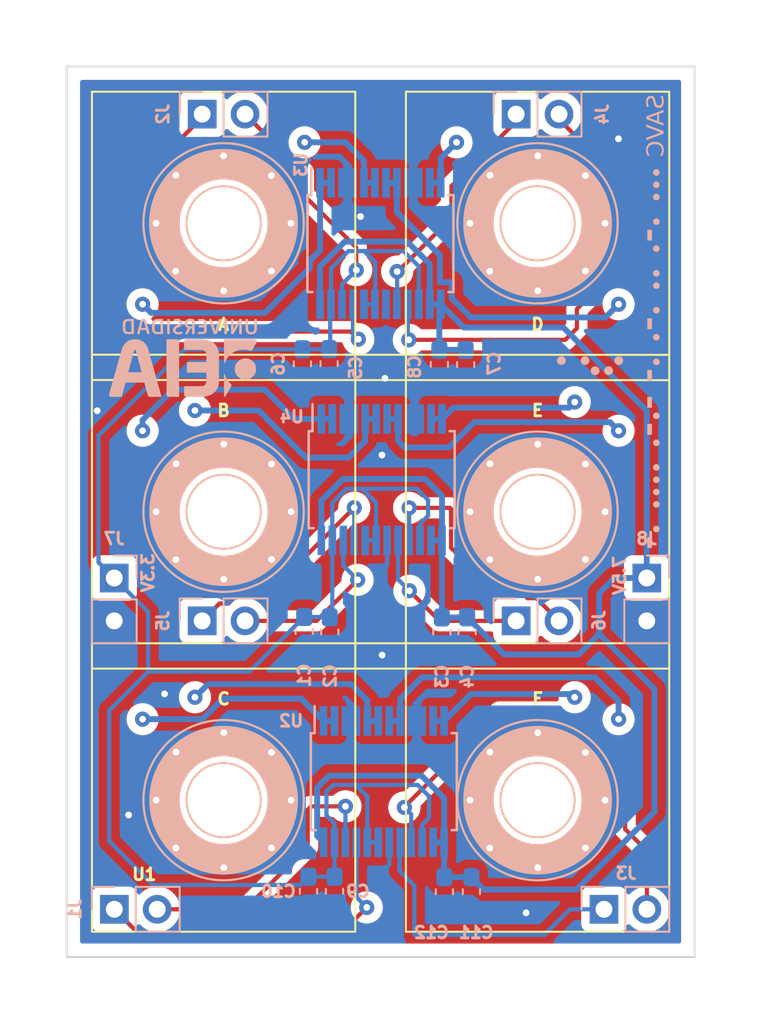
<source format=kicad_pcb>
(kicad_pcb (version 20241229) (generator "pcbnew") (generator_version "9.0")
  (layers (0 "F.Cu" signal) (2 "B.Cu" signal) (13 "F.Paste" user) (15 "B.Paste" user) (5 "F.SilkS" user "F.Silkscreen") (7 "B.SilkS" user "B.Silkscreen") (1 "F.Mask" user) (3 "B.Mask" user) (25 "Edge.Cuts" user))
  (net 0 "")
  (net 1 "+3.3V")
  (net 2 "GND")
  (net 3 "+7.5V")
  (net 4 "D2")
  (net 5 "D1")
  (net 6 "C1")
  (net 7 "C2")
  (net 8 "B2")
  (net 9 "B1")
  (net 10 "A1")
  (net 11 "A2")
  (net 12 "E1")
  (net 13 "E2")
  (net 14 "F1")
  (net 15 "F2")
  (net 16 "Net-(U1C-C2)")
  (net 17 "Net-(U1F-F1)")
  (net 18 "Net-(U1E-E2)")
  (net 19 "Net-(U1A-A2)")
  (net 20 "Net-(U1C-C1)")
  (net 21 "Net-(U1E-E1)")
  (net 22 "Net-(U1B-B2)")
  (net 23 "Net-(U1F-F2)")
  (net 24 "Net-(U1A-A1)")
  (net 25 "Net-(U1B-B1)")
  (net 26 "Net-(U1D-D2)")
  (net 27 "Net-(U1D-D1)")
  (footprint "Tesis:Electromagnets" (layer "F.Cu") (at 85.81 77)
    (property "Reference" "U1")
    (property "Value" "Electromagnets")
    (fp_rect (start 18.6 26.4) (end -18.6 -26.4) (stroke (width 0.12)) (fill no) (layer "Edge.Cuts"))
  )
  (footprint "Connector_PinHeader_2.54mm:PinHeader_1x02_P2.54mm_Vertical" (layer "B.Cu") (at 99.045 100.57 -90)
    (property "Reference" "J3")
    (property "Value" "Conn_01x02_Male")
  )
  (footprint "Capacitor_SMD:C_0603_1608Metric_Pad1.08x0.95mm_HandSolder" (layer "B.Cu") (at 83.08 99.5 -90)
    (property "Reference" "C9")
    (property "Value" "10uF")
  )
  (footprint "Connector_PinHeader_2.54mm:PinHeader_1x02_P2.54mm_Vertical" (layer "B.Cu") (at 70.03 80.93 180)
    (property "Reference" "J7")
    (property "Value" "Conn_01x02_Male")
  )
  (footprint "Capacitor_SMD:C_0603_1608Metric_Pad1.08x0.95mm_HandSolder" (layer "B.Cu") (at 91.19 99.53 -90)
    (property "Reference" "C11")
    (property "Value" "100nF")
  )
  (footprint "Connector_PinHeader_2.54mm:PinHeader_1x02_P2.54mm_Vertical" (layer "B.Cu") (at 93.84 53.43 -90)
    (property "Reference" "J4")
    (property "Value" "Conn_01x02_Male")
  )
  (footprint "Package_SO:SSOP-24_5.3x8.2mm_P0.65mm" (layer "B.Cu") (at 85.875 75.1 -90)
    (property "Reference" "U4")
    (property "Value" "TB6612FNG")
  )
  (footprint "Connector_PinHeader_2.54mm:PinHeader_1x02_P2.54mm_Vertical" (layer "B.Cu") (at 70.035 100.57 -90)
    (property "Reference" "J1")
    (property "Value" "Conn_01x02_Male")
  )
  (footprint "Tesis:EIA-Braille" (layer "B.Cu") (at 98.32 68.64 180)
    (property "Reference" "REF**" (hide yes))
    (property "Value" "EIA-Braille" (hide yes))
  )
  (footprint "Capacitor_SMD:C_0603_1608Metric_Pad1.08x0.95mm_HandSolder" (layer "B.Cu") (at 89.44 84.1305 -90)
    (property "Reference" "C3")
    (property "Value" "100nF")
  )
  (footprint "Package_SO:SSOP-24_5.3x8.2mm_P0.65mm" (layer "B.Cu") (at 86 93 -90)
    (property "Reference" "U2")
    (property "Value" "TB6612FNG")
  )
  (footprint "Capacitor_SMD:C_0603_1608Metric_Pad1.08x0.95mm_HandSolder" (layer "B.Cu") (at 82.76 68.22 -90)
    (property "Reference" "C5")
    (property "Value" "10uF")
  )
  (footprint "Connector_PinHeader_2.54mm:PinHeader_1x02_P2.54mm_Vertical" (layer "B.Cu") (at 93.84 83.47 -90)
    (property "Reference" "J6")
    (property "Value" "Conn_01x02_Male")
  )
  (footprint "Tesis:LOGO-EIA" (layer "B.Cu") (at 74.14 67.91 180)
    (property "Reference" "G***" (hide yes))
    (property "Value" "LOGO" (hide yes))
  )
  (footprint "Capacitor_SMD:C_0603_1608Metric_Pad1.08x0.95mm_HandSolder" (layer "B.Cu") (at 81.18 68.2325 -90)
    (property "Reference" "C6")
    (property "Value" "100nF")
  )
  (footprint "Capacitor_SMD:C_0603_1608Metric_Pad1.08x0.95mm_HandSolder" (layer "B.Cu") (at 82.8 84.1225 -90)
    (property "Reference" "C2")
    (property "Value" "100nF")
  )
  (footprint "Capacitor_SMD:C_0603_1608Metric_Pad1.08x0.95mm_HandSolder" (layer "B.Cu") (at 89.59 99.5275 -90)
    (property "Reference" "C12")
    (property "Value" "10uF")
  )
  (footprint "Capacitor_SMD:C_0603_1608Metric_Pad1.08x0.95mm_HandSolder" (layer "B.Cu") (at 89.29 68.2625 -90)
    (property "Reference" "C8")
    (property "Value" "10uF")
  )
  (footprint "Package_SO:SSOP-24_5.3x8.2mm_P0.65mm" (layer "B.Cu") (at 85.8 61.1 -90)
    (property "Reference" "U3")
    (property "Value" "TB6612FNG")
  )
  (footprint "Capacitor_SMD:C_0603_1608Metric_Pad1.08x0.95mm_HandSolder" (layer "B.Cu") (at 81.284 84.103 -90)
    (property "Reference" "C1")
    (property "Value" "10uF")
  )
  (footprint "Capacitor_SMD:C_0603_1608Metric_Pad1.08x0.95mm_HandSolder" (layer "B.Cu") (at 90.85 68.275 -90)
    (property "Reference" "C7")
    (property "Value" "100nF")
  )
  (footprint "Connector_PinHeader_2.54mm:PinHeader_1x02_P2.54mm_Vertical" (layer "B.Cu") (at 75.24 53.43 -90)
    (property "Reference" "J2")
    (property "Value" "Conn_01x02_Male")
  )
  (footprint "Capacitor_SMD:C_0603_1608Metric_Pad1.08x0.95mm_HandSolder" (layer "B.Cu") (at 90.936 84.123 -90)
    (property "Reference" "C4")
    (property "Value" "10uF")
  )
  (footprint "Capacitor_SMD:C_0603_1608Metric_Pad1.08x0.95mm_HandSolder" (layer "B.Cu") (at 81.538 99.5025 -90)
    (property "Reference" "C10")
    (property "Value" "100nF")
  )
  (footprint "Connector_PinHeader_2.54mm:PinHeader_1x02_P2.54mm_Vertical" (layer "B.Cu") (at 75.24 83.47 -90)
    (property "Reference" "J5")
    (property "Value" "Conn_01x02_Male")
  )
  (footprint "Connector_PinHeader_2.54mm:PinHeader_1x02_P2.54mm_Vertical" (layer "B.Cu") (at 101.58 80.93 180)
    (property "Reference" "J8")
    (property "Value" "Conn_01x02_Male")
  )
  (gr_text "7.5V" (at 99.97 80.78 90) (layer "B.SilkS") (effects (font (size 0.7 0.7) (thickness 0.17) (bold yes)) (justify mirror)))
  (gr_text "SAVC" (at 102.74 52.25 90) (layer "B.SilkS") (effects (font (size 1 1) (thickness 0.125)) (justify left bottom mirror)))
  (gr_text "3.3V" (at 72.03 80.62 90) (layer "B.SilkS") (effects (font (size 0.7 0.7) (thickness 0.17) (bold yes)) (justify mirror)))
  (gr_text "... .-. .. .-. .- -.-. .... .- " (at 102.57 56.52 90) (layer "B.SilkS") (effects (font (size 1.5 1.5) (thickness 0.17) (bold yes)) (justify left bottom mirror)))
  (segment (start 85.55 76.469009) (end 85.55 78.7) (width 0.25) (layer "B.Cu") (net 1))
  (segment (start 69.73 88.79) (end 72.04 86.48) (width 0.25) (layer "B.Cu") (net 1))
  (segment (start 82.95 83.11) (end 82.95 78.7) (width 0.25) (layer "B.Cu") (net 1))
  (segment (start 82.603388 95.003388) (end 82.603388 93.586612) (width 0.25) (layer "B.Cu") (net 1))
  (segment (start 84.715991 75.635) (end 85.55 76.469009) (width 0.25) (layer "B.Cu") (net 1))
  (segment (start 85.495 62.209009) (end 84.835991 61.55) (width 0.25) (layer "B.Cu") (net 1))
  (segment (start 83.904009 61.55) (end 87.170991 61.55) (width 0.25) (layer "B.Cu") (net 1))
  (segment (start 85.475 64.7) (end 84.825 64.7) (width 0.25) (layer "B.Cu") (net 1))
  (segment (start 69.1 72.45) (end 69.1 80) (width 0.25) (layer "B.Cu") (net 1))
  (segment (start 81.18 67.37) (end 82.7475 67.37) (width 0.25) (layer "B.Cu") (net 1))
  (segment (start 82.825 67.2925) (end 82.825 65.6) (width 0.25) (layer "B.Cu") (net 1))
  (segment (start 69.1 80) (end 70.03 80.93) (width 0.25) (layer "B.Cu") (net 1))
  (segment (start 83.075 95.475) (end 82.603388 95.003388) (width 0.25) (layer "B.Cu") (net 1))
  (segment (start 82.95 76.469009) (end 83.784009 75.635) (width 0.25) (layer "B.Cu") (net 1))
  (segment (start 81.538 98.64) (end 81.048 99.13) (width 0.25) (layer "B.Cu") (net 1))
  (segment (start 74.220991 67.37) (end 69.140991 72.45) (width 0.25) (layer "B.Cu") (net 1))
  (segment (start 81.18 67.37) (end 74.220991 67.37) (width 0.25) (layer "B.Cu") (net 1))
  (segment (start 84.715991 75.635) (end 87.955991 75.635) (width 0.25) (layer "B.Cu") (net 1))
  (segment (start 81.284 83.2405) (end 82.7805 83.2405) (width 0.25) (layer "B.Cu") (net 1))
  (segment (start 85.55 78.7) (end 84.9 78.7) (width 0.25) (layer "B.Cu") (net 1))
  (segment (start 88.68 93.87) (end 88.68 95.15) (width 0.25) (layer "B.Cu") (net 1))
  (segment (start 69.140991 72.45) (end 69.1 72.45) (width 0.25) (layer "B.Cu") (net 1))
  (segment (start 87.170991 61.55) (end 88.075 62.454009) (width 0.25) (layer "B.Cu") (net 1))
  (segment (start 83.0775 98.64) (end 83.08 98.6375) (width 0.25) (layer "B.Cu") (net 1))
  (segment (start 84.34 93.2) (end 85.025 93.885) (width 0.25) (layer "B.Cu") (net 1))
  (segment (start 72.04 86.48) (end 78.0445 86.48) (width 0.25) (layer "B.Cu") (net 1))
  (segment (start 88.01 93.2) (end 88.68 93.87) (width 0.25) (layer "B.Cu") (net 1))
  (segment (start 84.34 93.2) (end 88.01 93.2) (width 0.25) (layer "B.Cu") (net 1))
  (segment (start 84.835991 61.55) (end 84.62 61.55) (width 0.25) (layer "B.Cu") (net 1))
  (segment (start 85.495 64.68) (end 85.495 62.209009) (width 0.25) (layer "B.Cu") (net 1))
  (segment (start 83.784009 75.635) (end 84.715991 75.635) (width 0.25) (layer "B.Cu") (net 1))
  (segment (start 70.03 80.93) (end 72.04 82.94) (width 0.25) (layer "B.Cu") (net 1))
  (segment (start 88.625 77.235991) (end 88.625 76.304009) (width 0.25) (layer "B.Cu") (net 1))
  (segment (start 69.73 96.53) (end 69.73 88.79) (width 0.25) (layer "B.Cu") (net 1))
  (segment (start 83.08 98.6375) (end 83.08 96.605) (width 0.25) (layer "B.Cu") (net 1))
  (segment (start 88.275 95.555) (end 88.275 96.6) (width 0.25) (layer "B.Cu") (net 1))
  (segment (start 81.048 99.13) (end 72.33 99.13) (width 0.25) (layer "B.Cu") (net 1))
  (segment (start 82.76 67.3575) (end 82.825 67.2925) (width 0.25) (layer "B.Cu") (net 1))
  (segment (start 88.625 77.235991) (end 88.15 77.710991) (width 0.25) (layer "B.Cu") (net 1))
  (segment (start 72.04 82.94) (end 72.04 86.48) (width 0.25) (layer "B.Cu") (net 1))
  (segment (start 85.025 93.885) (end 85.025 96.6) (width 0.25) (layer "B.Cu") (net 1))
  (segment (start 82.603388 93.586612) (end 82.99 93.2) (width 0.25) (layer "B.Cu") (net 1))
  (segment (start 81.538 98.64) (end 83.0775 98.64) (width 0.25) (layer "B.Cu") (net 1))
  (segment (start 82.95 78.7) (end 82.95 76.469009) (width 0.25) (layer "B.Cu") (net 1))
  (segment (start 82.7475 67.37) (end 82.76 67.3575) (width 0.25) (layer "B.Cu") (net 1))
  (segment (start 78.0445 86.48) (end 81.284 83.2405) (width 0.25) (layer "B.Cu") (net 1))
  (segment (start 85.475 64.7) (end 85.495 64.68) (width 0.25) (layer "B.Cu") (net 1))
  (segment (start 82.8 83.26) (end 82.95 83.11) (width 0.25) (layer "B.Cu") (net 1))
  (segment (start 88.075 62.454009) (end 88.075 64.7) (width 0.25) (layer "B.Cu") (net 1))
  (segment (start 82.875 62.579009) (end 83.904009 61.55) (width 0.25) (layer "B.Cu") (net 1))
  (segment (start 83.08 96.605) (end 83.075 96.6) (width 0.25) (layer "B.Cu") (net 1))
  (segment (start 72.33 99.13) (end 69.73 96.53) (width 0.25) (layer "B.Cu") (net 1))
  (segment (start 88.68 95.15) (end 88.275 95.555) (width 0.25) (layer "B.Cu") (net 1))
  (segment (start 83.075 96.6) (end 83.075 95.475) (width 0.25) (layer "B.Cu") (net 1))
  (segment (start 87.955991 75.635) (end 88.625 76.304009) (width 0.25) (layer "B.Cu") (net 1))
  (segment (start 82.99 93.2) (end 84.34 93.2) (width 0.25) (layer "B.Cu") (net 1))
  (segment (start 85.675 96.6) (end 85.025 96.6) (width 0.25) (layer "B.Cu") (net 1))
  (segment (start 82.875 64.7) (end 82.875 62.579009) (width 0.25) (layer "B.Cu") (net 1))
  (segment (start 82.7805 83.2405) (end 82.8 83.26) (width 0.25) (layer "B.Cu") (net 1))
  (segment (start 88.15 77.710991) (end 88.15 78.7) (width 0.25) (layer "B.Cu") (net 1))
  (via (at 80.5 59.9) (size 0.9) (drill 0.4) (layers "F.Cu" "B.Cu") (net 2))
  (via (at 72.51 77) (size 0.9) (drill 0.4) (layers "F.Cu" "B.Cu") (net 2))
  (via (at 79.348 96.928) (size 0.9) (drill 0.4) (layers "F.Cu" "B.Cu") (net 2))
  (via (at 80.51 77) (size 0.9) (drill 0.4) (layers "F.Cu" "B.Cu") (net 2))
  (via (at 76.52 98.1) (size 0.9) (drill 0.4) (layers "F.Cu" "B.Cu") (net 2))
  (via (at 73.01 87.8) (size 0.9) (drill 0.4) (layers "F.Cu" "B.Cu") (net 2))
  (via (at 97.948 91.272) (size 0.9) (drill 0.4) (layers "F.Cu" "B.Cu") (net 2))
  (via (at 69.02 71.01) (size 0.9) (drill 0.4) (layers "F.Cu" "B.Cu") (net 2))
  (via (at 86.07 69.09) (size 0.9) (drill 0.4) (layers "F.Cu" "B.Cu") (net 2))
  (via (at 79.338 57.072) (size 0.9) (drill 0.4) (layers "F.Cu" "B.Cu") (net 2))
  (via (at 85.89 73.64) (size 0.9) (drill 0.4) (layers "F.Cu" "B.Cu") (net 2))
  (via (at 73.68 57.05) (size 0.9) (drill 0.4) (layers "F.Cu" "B.Cu") (net 2))
  (via (at 91.11 59.9) (size 0.9) (drill 0.4) (layers "F.Cu" "B.Cu") (net 2))
  (via (at 76.52 81) (size 0.9) (drill 0.4) (layers "F.Cu" "B.Cu") (net 2))
  (via (at 79.338 62.728) (size 0.9) (drill 0.4) (layers "F.Cu" "B.Cu") (net 2))
  (via (at 72.51 94.1) (size 0.9) (drill 0.4) (layers "F.Cu" "B.Cu") (net 2))
  (via (at 99.11 94.1) (size 0.9) (drill 0.4) (layers "F.Cu" "B.Cu") (net 2))
  (via (at 76.51 63.9) (size 0.9) (drill 0.4) (layers "F.Cu" "B.Cu") (net 2))
  (via (at 95.12 73) (size 0.9) (drill 0.4) (layers "F.Cu" "B.Cu") (net 2))
  (via (at 72.5 59.9) (size 0.9) (drill 0.4) (layers "F.Cu" "B.Cu") (net 2))
  (via (at 73.69 74.15) (size 0.9) (drill 0.4) (layers "F.Cu" "B.Cu") (net 2))
  (via (at 73.67 62.74) (size 0.9) (drill 0.4) (layers "F.Cu" "B.Cu") (net 2))
  (via (at 95.12 55.9) (size 0.9) (drill 0.4) (layers "F.Cu" "B.Cu") (net 2))
  (via (at 99.11 77) (size 0.9) (drill 0.4) (layers "F.Cu" "B.Cu") (net 2))
  (via (at 94.43 100.78) (size 0.9) (drill 0.4) (layers "F.Cu" "B.Cu") (net 2))
  (via (at 99.9 54.89) (size 0.9) (drill 0.4) (layers "F.Cu" "B.Cu") (net 2))
  (via (at 73.68 79.84) (size 0.9) (drill 0.4) (layers "F.Cu" "B.Cu") (net 2))
  (via (at 92.29 57.05) (size 0.9) (drill 0.4) (layers "F.Cu" "B.Cu") (net 2))
  (via (at 95.12 90.1) (size 0.9) (drill 0.4) (layers "F.Cu" "B.Cu") (net 2))
  (via (at 92.28 62.74) (size 0.9) (drill 0.4) (layers "F.Cu" "B.Cu") (net 2))
  (via (at 84.62 59.5) (size 0.9) (drill 0.4) (layers "F.Cu" "B.Cu") (net 2))
  (via (at 76.51 55.9) (size 0.9) (drill 0.4) (layers "F.Cu" "B.Cu") (net 2))
  (via (at 97.948 62.728) (size 0.9) (drill 0.4) (layers "F.Cu" "B.Cu") (net 2))
  (via (at 80.51 94.1) (size 0.9) (drill 0.4) (layers "F.Cu" "B.Cu") (net 2))
  (via (at 70.88 94.98) (size 0.9) (drill 0.4) (layers "F.Cu" "B.Cu") (net 2))
  (via (at 92.28 96.94) (size 0.9) (drill 0.4) (layers "F.Cu" "B.Cu") (net 2))
  (via (at 91.11 94.1) (size 0.9) (drill 0.4) (layers "F.Cu" "B.Cu") (net 2))
  (via (at 79.348 79.828) (size 0.9) (drill 0.4) (layers "F.Cu" "B.Cu") (net 2))
  (via (at 79.348 91.272) (size 0.9) (drill 0.4) (layers "F.Cu" "B.Cu") (net 2))
  (via (at 91.11 77) (size 0.9) (drill 0.4) (layers "F.Cu" "B.Cu") (net 2))
  (via (at 85.9 85.5) (size 0.9) (drill 0.4) (layers "F.Cu" "B.Cu") (net 2))
  (via (at 95.12 98.1) (size 0.9) (drill 0.4) (layers "F.Cu" "B.Cu") (net 2))
  (via (at 92.29 91.25) (size 0.9) (drill 0.4) (layers "F.Cu" "B.Cu") (net 2))
  (via (at 73.69 91.25) (size 0.9) (drill 0.4) (layers "F.Cu" "B.Cu") (net 2))
  (via (at 79.348 74.172) (size 0.9) (drill 0.4) (layers "F.Cu" "B.Cu") (net 2))
  (via (at 97.948 74.172) (size 0.9) (drill 0.4) (layers "F.Cu" "B.Cu") (net 2))
  (via (at 95.12 63.9) (size 0.9) (drill 0.4) (layers "F.Cu" "B.Cu") (net 2))
  (via (at 92.28 79.84) (size 0.9) (drill 0.4) (layers "F.Cu" "B.Cu") (net 2))
  (via (at 97.948 96.928) (size 0.9) (drill 0.4) (layers "F.Cu" "B.Cu") (net 2))
  (via (at 99.11 59.9) (size 0.9) (drill 0.4) (layers "F.Cu" "B.Cu") (net 2))
  (via (at 95.12 81) (size 0.9) (drill 0.4) (layers "F.Cu" "B.Cu") (net 2))
  (via (at 76.52 73) (size 0.9) (drill 0.4) (layers "F.Cu" "B.Cu") (net 2))
  (via (at 97.948 79.828) (size 0.9) (drill 0.4) (layers "F.Cu" "B.Cu") (net 2))
  (via (at 76.52 90.1) (size 0.9) (drill 0.4) (layers "F.Cu" "B.Cu") (net 2))
  (via (at 73.68 96.94) (size 0.9) (drill 0.4) (layers "F.Cu" "B.Cu") (net 2))
  (via (at 97.948 57.072) (size 0.9) (drill 0.4) (layers "F.Cu" "B.Cu") (net 2))
  (via (at 92.29 74.15) (size 0.9) (drill 0.4) (layers "F.Cu" "B.Cu") (net 2))
  (segment (start 86.2 80.17) (end 86.09 80.28) (width 0.25) (layer "B.Cu") (net 2))
  (segment (start 86.2 78.7) (end 86.2 80.17) (width 0.25) (layer "B.Cu") (net 2))
  (segment (start 86.325 96.6) (end 86.325 97.925) (width 0.25) (layer "B.Cu") (net 2))
  (segment (start 86.325 97.925) (end 86.05 98.2) (width 0.25) (layer "B.Cu") (net 2))
  (segment (start 98.76 84.25) (end 102.04 87.53) (width 0.35) (layer "B.Cu") (net 3))
  (segment (start 88.45 75.06) (end 83.581191 75.06) (width 0.35) (layer "B.Cu") (net 3))
  (segment (start 98.76 84.25) (end 97.55 85.46) (width 0.35) (layer "B.Cu") (net 3))
  (segment (start 101.58 71.02) (end 101.58 80.93) (width 0.35) (layer "B.Cu") (net 3))
  (segment (start 89.45 76.06) (end 88.45 75.06) (width 0.35) (layer "B.Cu") (net 3))
  (segment (start 82.762183 92.65) (end 88.237818 92.65) (width 0.35) (layer "B.Cu") (net 3))
  (segment (start 89.29 64.785) (end 89.375 64.7) (width 0.35) (layer "B.Cu") (net 3))
  (segment (start 98.76 81.83) (end 98.76 84.25) (width 0.35) (layer "B.Cu") (net 3))
  (segment (start 87.388809 60.99) (end 88.725 62.326191) (width 0.35) (layer "B.Cu") (net 3))
  (segment (start 89.575 96.6) (end 89.575 98.65) (width 0.35) (layer "B.Cu") (net 3))
  (segment (start 82.053388 96.228388) (end 82.053388 93.358795) (width 0.35) (layer "B.Cu") (net 3))
  (segment (start 89.29 67.4) (end 90.8375 67.4) (width 0.35) (layer "B.Cu") (net 3))
  (segment (start 101.58 80.93) (end 99.66 80.93) (width 0.35) (layer "B.Cu") (net 3))
  (segment (start 91.1875 98.665) (end 91.19 98.6675) (width 0.35) (layer "B.Cu") (net 3))
  (segment (start 82.3 76.341191) (end 82.3 78.7) (width 0.35) (layer "B.Cu") (net 3))
  (segment (start 91.9225 99.4) (end 91.19 98.6675) (width 0.35) (layer "B.Cu") (net 3))
  (segment (start 89.45 83.258) (end 89.45 78.7) (width 0.35) (layer "B.Cu") (net 3))
  (segment (start 99.66 80.93) (end 98.76 81.83) (width 0.35) (layer "B.Cu") (net 3))
  (segment (start 82.425 96.6) (end 82.053388 96.228388) (width 0.35) (layer "B.Cu") (net 3))
  (segment (start 89.575 93.987182) (end 89.575 96.6) (width 0.35) (layer "B.Cu") (net 3))
  (segment (start 88.725 62.326191) (end 88.725 64.7) (width 0.35) (layer "B.Cu") (net 3))
  (segment (start 88.725 64.7) (end 89.375 64.7) (width 0.35) (layer "B.Cu") (net 3))
  (segment (start 89.575 96.6) (end 88.925 96.6) (width 0.35) (layer "B.Cu") (net 3))
  (segment (start 89.59 98.665) (end 91.1875 98.665) (width 0.35) (layer "B.Cu") (net 3))
  (segment (start 83.686191 60.99) (end 87.388809 60.99) (width 0.35) (layer "B.Cu") (net 3))
  (segment (start 82.225 64.7) (end 82.22 64.695) (width 0.35) (layer "B.Cu") (net 3))
  (segment (start 82.22 62.456191) (end 83.686191 60.99) (width 0.35) (layer "B.Cu") (net 3))
  (segment (start 96.64 66.08) (end 101.58 71.02) (width 0.35) (layer "B.Cu") (net 3))
  (segment (start 90.8375 67.4) (end 90.85 67.4125) (width 0.35) (layer "B.Cu") (net 3))
  (segment (start 89.29 67.4) (end 89.29 64.785) (width 0.35) (layer "B.Cu") (net 3))
  (segment (start 82.053388 93.358795) (end 82.762183 92.65) (width 0.35) (layer "B.Cu") (net 3))
  (segment (start 102.04 87.53) (end 102.04 94.78) (width 0.35) (layer "B.Cu") (net 3))
  (segment (start 82.22 64.695) (end 82.22 62.456191) (width 0.35) (layer "B.Cu") (net 3))
  (segment (start 83.581191 75.06) (end 82.3 76.341191) (width 0.35) (layer "B.Cu") (net 3))
  (segment (start 97.55 85.46) (end 93.1355 85.46) (width 0.35) (layer "B.Cu") (net 3))
  (segment (start 89.375 64.7) (end 90.755 66.08) (width 0.35) (layer "B.Cu") (net 3))
  (segment (start 102.04 94.78) (end 97.42 99.4) (width 0.35) (layer "B.Cu") (net 3))
  (segment (start 89.44 83.268) (end 90.9285 83.268) (width 0.35) (layer "B.Cu") (net 3))
  (segment (start 90.755 66.08) (end 96.64 66.08) (width 0.35) (layer "B.Cu") (net 3))
  (segment (start 90.9285 83.268) (end 90.936 83.2605) (width 0.35) (layer "B.Cu") (net 3))
  (segment (start 89.45 78.7) (end 89.45 76.06) (width 0.35) (layer "B.Cu") (net 3))
  (segment (start 88.237818 92.65) (end 89.575 93.987182) (width 0.35) (layer "B.Cu") (net 3))
  (segment (start 97.42 99.4) (end 91.9225 99.4) (width 0.35) (layer "B.Cu") (net 3))
  (segment (start 89.45 78.7) (end 88.8 78.7) (width 0.35) (layer "B.Cu") (net 3))
  (segment (start 89.575 98.65) (end 89.59 98.665) (width 0.35) (layer "B.Cu") (net 3))
  (segment (start 89.44 83.268) (end 89.45 83.258) (width 0.35) (layer "B.Cu") (net 3))
  (segment (start 93.1355 85.46) (end 90.936 83.2605) (width 0.35) (layer "B.Cu") (net 3))
  (segment (start 100.31 57.67) (end 100.31 62.11) (width 0.25) (layer "F.Cu") (net 4))
  (segment (start 97.44 66.12) (end 96.750551 66.809449) (width 0.25) (layer "F.Cu") (net 4))
  (segment (start 96.750551 66.809449) (end 87.479449 66.809449) (width 0.25) (layer "F.Cu") (net 4))
  (segment (start 96.38 53.43) (end 96.38 53.74) (width 0.25) (layer "F.Cu") (net 4))
  (segment (start 97.44 64.98) (end 97.44 66.12) (width 0.25) (layer "F.Cu") (net 4))
  (segment (start 96.38 53.74) (end 100.31 57.67) (width 0.25) (layer "F.Cu") (net 4))
  (segment (start 100.31 62.11) (end 97.44 64.98) (width 0.25) (layer "F.Cu") (net 4))
  (via (at 87.479449 66.809449) (size 0.9) (drill 0.4) (layers "F.Cu" "B.Cu") (net 4))
  (segment (start 87.425 66.755) (end 87.425 64.7) (width 0.25) (layer "B.Cu") (net 4))
  (segment (start 87.479449 66.809449) (end 87.425 66.755) (width 0.25) (layer "B.Cu") (net 4))
  (segment (start 90.01 57.69) (end 93.84 53.86) (width 0.25) (layer "F.Cu") (net 5))
  (segment (start 86.79 62.76) (end 86.83 62.76) (width 0.25) (layer "F.Cu") (net 5))
  (segment (start 89.25 59.58) (end 90.01 58.82) (width 0.25) (layer "F.Cu") (net 5))
  (segment (start 86.83 62.76) (end 89.25 60.34) (width 0.25) (layer "F.Cu") (net 5))
  (segment (start 93.84 53.86) (end 93.84 53.43) (width 0.25) (layer "F.Cu") (net 5))
  (segment (start 90.01 58.82) (end 90.01 57.69) (width 0.25) (layer "F.Cu") (net 5))
  (segment (start 89.25 60.34) (end 89.25 59.58) (width 0.25) (layer "F.Cu") (net 5))
  (segment (start 93.84 53.43) (end 93.84 54.1) (width 0.25) (layer "F.Cu") (net 5))
  (via (at 86.79 62.76) (size 0.9) (drill 0.4) (layers "F.Cu" "B.Cu") (net 5))
  (segment (start 86.79 62.76) (end 86.79 64.685) (width 0.25) (layer "B.Cu") (net 5))
  (segment (start 86.79 64.685) (end 86.775 64.7) (width 0.25) (layer "B.Cu") (net 5))
  (segment (start 84.99 100.46) (end 83.454999 101.995001) (width 0.25) (layer "F.Cu") (net 6))
  (segment (start 83.454999 101.995001) (end 71.460001 101.995001) (width 0.25) (layer "F.Cu") (net 6))
  (segment (start 71.460001 101.995001) (end 70.035 100.57) (width 0.25) (layer "F.Cu") (net 6))
  (via (at 84.99 100.46) (size 0.9) (drill 0.4) (layers "F.Cu" "B.Cu") (net 6))
  (segment (start 84.375 99.845) (end 84.375 96.6) (width 0.25) (layer "B.Cu") (net 6))
  (segment (start 84.99 100.46) (end 84.375 99.845) (width 0.25) (layer "B.Cu") (net 6))
  (segment (start 81.49 96.86) (end 77.78 100.57) (width 0.25) (layer "F.Cu") (net 7))
  (segment (start 77.78 100.57) (end 72.575 100.57) (width 0.25) (layer "F.Cu") (net 7))
  (segment (start 81.49 96.86) (end 81.49 94.67) (width 0.25) (layer "F.Cu") (net 7))
  (segment (start 81.49 94.67) (end 81.69289 94.46711) (width 0.25) (layer "F.Cu") (net 7))
  (segment (start 81.69289 94.46711) (end 83.728388 94.46711) (width 0.25) (layer "F.Cu") (net 7))
  (via (at 83.728388 94.46711) (size 0.9) (drill 0.4) (layers "F.Cu" "B.Cu") (net 7))
  (segment (start 83.728388 96.596612) (end 83.725 96.6) (width 0.25) (layer "B.Cu") (net 7))
  (segment (start 83.728388 94.46711) (end 83.728388 96.596612) (width 0.25) (layer "B.Cu") (net 7))
  (segment (start 77.78 83.47) (end 82.02 83.47) (width 0.25) (layer "F.Cu") (net 8))
  (segment (start 82.02 83.47) (end 84.45 81.04) (width 0.25) (layer "F.Cu") (net 8))
  (via (at 84.45 81.04) (size 0.9) (drill 0.4) (layers "F.Cu" "B.Cu") (net 8))
  (segment (start 84.45 81.04) (end 83.6 80.19) (width 0.25) (layer "B.Cu") (net 8))
  (segment (start 83.6 80.19) (end 83.6 78.7) (width 0.25) (layer "B.Cu") (net 8))
  (segment (start 76.794744 82.44) (end 77.189745 82.044999) (width 0.25) (layer "F.Cu") (net 9))
  (segment (start 76.27 82.44) (end 76.794744 82.44) (width 0.25) (layer "F.Cu") (net 9))
  (segment (start 78.965001 82.044999) (end 84.25 76.76) (width 0.25) (layer "F.Cu") (net 9))
  (segment (start 75.24 83.47) (end 76.27 82.44) (width 0.25) (layer "F.Cu") (net 9))
  (segment (start 77.189745 82.044999) (end 78.965001 82.044999) (width 0.25) (layer "F.Cu") (net 9))
  (via (at 84.25 76.76) (size 0.9) (drill 0.4) (layers "F.Cu" "B.Cu") (net 9))
  (segment (start 84.25 76.76) (end 84.25 78.7) (width 0.25) (layer "B.Cu") (net 9))
  (segment (start 70.584999 65.704999) (end 70.584999 58.275001) (width 0.25) (layer "F.Cu") (net 10))
  (segment (start 71.2 66.32) (end 70.584999 65.704999) (width 0.25) (layer "F.Cu") (net 10))
  (segment (start 84.49 66.77) (end 84.04 66.32) (width 0.25) (layer "F.Cu") (net 10))
  (segment (start 84.04 66.32) (end 71.2 66.32) (width 0.25) (layer "F.Cu") (net 10))
  (segment (start 75.24 53.62) (end 75.24 53.43) (width 0.25) (layer "F.Cu") (net 10))
  (segment (start 70.584999 58.275001) (end 75.24 53.62) (width 0.25) (layer "F.Cu") (net 10))
  (via (at 84.49 66.77) (size 0.9) (drill 0.4) (layers "F.Cu" "B.Cu") (net 10))
  (segment (start 84.49 66.77) (end 84.175 66.455) (width 0.25) (layer "B.Cu") (net 10))
  (segment (start 84.175 66.455) (end 84.175 64.7) (width 0.25) (layer "B.Cu") (net 10))
  (segment (start 81.24 58.21) (end 81.24 56.89) (width 0.25) (layer "F.Cu") (net 11))
  (segment (start 84.37 62.675) (end 84.37 61.34) (width 0.25) (layer "F.Cu") (net 11))
  (segment (start 81.24 56.89) (end 77.78 53.43) (width 0.25) (layer "F.Cu") (net 11))
  (segment (start 84.37 61.34) (end 81.24 58.21) (width 0.25) (layer "F.Cu") (net 11))
  (via (at 84.37 62.675) (size 0.9) (drill 0.4) (layers "F.Cu" "B.Cu") (net 11))
  (segment (start 84.37 62.675) (end 83.525 63.52) (width 0.25) (layer "B.Cu") (net 11))
  (segment (start 83.525 63.52) (end 83.525 64.7) (width 0.25) (layer "B.Cu") (net 11))
  (segment (start 87.515 81.685) (end 89.3 83.47) (width 0.25) (layer "F.Cu") (net 12))
  (segment (start 89.3 83.47) (end 93.84 83.47) (width 0.25) (layer "F.Cu") (net 12))
  (via (at 87.515 81.685) (size 0.9) (drill 0.4) (layers "F.Cu" "B.Cu") (net 12))
  (segment (start 86.85 81.02) (end 86.85 78.7) (width 0.25) (layer "B.Cu") (net 12))
  (segment (start 87.515 81.685) (end 86.85 81.02) (width 0.25) (layer "B.Cu") (net 12))
  (segment (start 89.985 79.135991) (end 89.985 76.83) (width 0.25) (layer "F.Cu") (net 13))
  (segment (start 94.315256 81.93) (end 92.779009 81.93) (width 0.25) (layer "F.Cu") (net 13))
  (segment (start 94.510256 82.125) (end 94.315256 81.93) (width 0.25) (layer "F.Cu") (net 13))
  (segment (start 89.925 76.77) (end 87.5 76.77) (width 0.25) (layer "F.Cu") (net 13))
  (segment (start 92.779009 81.93) (end 89.985 79.135991) (width 0.25) (layer "F.Cu") (net 13))
  (segment (start 89.985 76.83) (end 89.925 76.77) (width 0.25) (layer "F.Cu") (net 13))
  (segment (start 95.035 82.125) (end 94.510256 82.125) (width 0.25) (layer "F.Cu") (net 13))
  (segment (start 96.38 83.47) (end 95.035 82.125) (width 0.25) (layer "F.Cu") (net 13))
  (via (at 87.5 76.77) (size 0.9) (drill 0.4) (layers "F.Cu" "B.Cu") (net 13))
  (segment (start 87.5 76.77) (end 87.5 78.7) (width 0.25) (layer "B.Cu") (net 13))
  (segment (start 95.5 102.09) (end 87.84 102.09) (width 0.25) (layer "B.Cu") (net 14))
  (segment (start 86.93 96.645) (end 86.975 96.6) (width 0.25) (layer "B.Cu") (net 14))
  (segment (start 87.84 102.09) (end 87.81 102.06) (width 0.25) (layer "B.Cu") (net 14))
  (segment (start 87.81 102.06) (end 87.81 99.17) (width 0.25) (layer "B.Cu") (net 14))
  (segment (start 86.93 98.29) (end 86.93 96.645) (width 0.25) (layer "B.Cu") (net 14))
  (segment (start 99.045 100.57) (end 97.02 100.57) (width 0.25) (layer "B.Cu") (net 14))
  (segment (start 87.81 99.17) (end 86.93 98.29) (width 0.25) (layer "B.Cu") (net 14))
  (segment (start 97.02 100.57) (end 95.5 102.09) (width 0.25) (layer "B.Cu") (net 14))
  (segment (start 92.85 88.87) (end 96.589008 88.87) (width 0.25) (layer "F.Cu") (net 15))
  (segment (start 100.3 95.82) (end 101.585 97.105) (width 0.25) (layer "F.Cu") (net 15))
  (segment (start 87.22 94.53) (end 87.22 94.5) (width 0.25) (layer "F.Cu") (net 15))
  (segment (start 96.959008 89.24) (end 97.97 89.24) (width 0.25) (layer "F.Cu") (net 15))
  (segment (start 87.22 94.5) (end 92.85 88.87) (width 0.25) (layer "F.Cu") (net 15))
  (segment (start 97.97 89.24) (end 100.3 91.57) (width 0.25) (layer "F.Cu") (net 15))
  (segment (start 100.3 91.57) (end 100.3 95.82) (width 0.25) (layer "F.Cu") (net 15))
  (segment (start 96.589008 88.87) (end 96.959008 89.24) (width 0.25) (layer "F.Cu") (net 15))
  (segment (start 101.585 97.105) (end 101.585 100.57) (width 0.25) (layer "F.Cu") (net 15))
  (via (at 87.22 94.53) (size 0.9) (drill 0.4) (layers "F.Cu" "B.Cu") (net 15))
  (segment (start 87.22 94.53) (end 87.625 94.935) (width 0.25) (layer "B.Cu") (net 15))
  (segment (start 87.625 94.935) (end 87.625 96.6) (width 0.25) (layer "B.Cu") (net 15))
  (segment (start 85.025 89.4) (end 85.675 89.4) (width 0.35) (layer "B.Cu") (net 16))
  (segment (start 84.06 87.22) (end 85.025 88.185) (width 0.35) (layer "B.Cu") (net 16))
  (segment (start 75.59 87.22) (end 84.06 87.22) (width 0.35) (layer "B.Cu") (net 16))
  (segment (start 74.81 88) (end 75.59 87.22) (width 0.35) (layer "B.Cu") (net 16))
  (segment (start 85.025 88.185) (end 85.025 89.4) (width 0.35) (layer "B.Cu") (net 16))
  (segment (start 91.165 87.81) (end 89.575 89.4) (width 0.35) (layer "B.Cu") (net 17))
  (segment (start 89.575 89.4) (end 88.925 89.4) (width 0.35) (layer "B.Cu") (net 17))
  (segment (start 97.12 87.81) (end 91.165 87.81) (width 0.35) (layer "B.Cu") (net 17))
  (segment (start 97.31 88) (end 97.12 87.81) (width 0.35) (layer "B.Cu") (net 17))
  (segment (start 86.85 72.8) (end 86.85 71.5) (width 0.35) (layer "B.Cu") (net 18))
  (segment (start 89.86 73.19) (end 87.24 73.19) (width 0.35) (layer "B.Cu") (net 18))
  (segment (start 99.4 71.69) (end 91.36 71.69) (width 0.35) (layer "B.Cu") (net 18))
  (segment (start 99.91 72.2) (end 99.4 71.69) (width 0.35) (layer "B.Cu") (net 18))
  (segment (start 86.2 71.5) (end 86.85 71.5) (width 0.35) (layer "B.Cu") (net 18))
  (segment (start 87.24 73.19) (end 86.85 72.8) (width 0.35) (layer "B.Cu") (net 18))
  (segment (start 91.36 71.69) (end 89.86 73.19) (width 0.35) (layer "B.Cu") (net 18))
  (segment (start 81.31 55.1) (end 83.725 55.1) (width 0.35) (layer "B.Cu") (net 19))
  (segment (start 83.725 55.1) (end 84.825 56.2) (width 0.35) (layer "B.Cu") (net 19))
  (segment (start 84.825 57.5) (end 85.475 57.5) (width 0.35) (layer "B.Cu") (net 19))
  (segment (start 84.825 56.2) (end 84.825 57.5) (width 0.35) (layer "B.Cu") (net 19))
  (segment (start 81.105 88.08) (end 82.425 89.4) (width 0.35) (layer "B.Cu") (net 20))
  (segment (start 71.71 89.3) (end 75.25 89.3) (width 0.35) (layer "B.Cu") (net 20))
  (segment (start 75.25 89.3) (end 76.47 88.08) (width 0.35) (layer "B.Cu") (net 20))
  (segment (start 76.47 88.08) (end 81.105 88.08) (width 0.35) (layer "B.Cu") (net 20))
  (segment (start 82.425 89.4) (end 83.075 89.4) (width 0.35) (layer "B.Cu") (net 20))
  (segment (start 97.31 70.5) (end 96.98 70.83) (width 0.35) (layer "B.Cu") (net 21))
  (segment (start 96.98 70.83) (end 90.12 70.83) (width 0.35) (layer "B.Cu") (net 21))
  (segment (start 90.12 70.83) (end 89.45 71.5) (width 0.35) (layer "B.Cu") (net 21))
  (segment (start 89.45 71.5) (end 88.8 71.5) (width 0.35) (layer "B.Cu") (net 21))
  (segment (start 83.91 73.79) (end 84.9 72.8) (width 0.35) (layer "B.Cu") (net 22))
  (segment (start 84.9 71.5) (end 85.55 71.5) (width 0.35) (layer "B.Cu") (net 22))
  (segment (start 74.81 71) (end 78.59 71) (width 0.35) (layer "B.Cu") (net 22))
  (segment (start 78.59 71) (end 81.38 73.79) (width 0.35) (layer "B.Cu") (net 22))
  (segment (start 81.38 73.79) (end 83.91 73.79) (width 0.35) (layer "B.Cu") (net 22))
  (segment (start 84.9 72.8) (end 84.9 71.5) (width 0.35) (layer "B.Cu") (net 22))
  (segment (start 99.91 89.3) (end 99.91 88.23) (width 0.35) (layer "B.Cu") (net 23))
  (segment (start 99.91 88.23) (end 98.5 86.82) (width 0.35) (layer "B.Cu") (net 23))
  (segment (start 86.975 89.4) (end 86.325 89.4) (width 0.35) (layer "B.Cu") (net 23))
  (segment (start 98.5 86.82) (end 88.255 86.82) (width 0.35) (layer "B.Cu") (net 23))
  (segment (start 86.975 88.1) (end 86.975 89.4) (width 0.35) (layer "B.Cu") (net 23))
  (segment (start 88.255 86.82) (end 86.975 88.1) (width 0.35) (layer "B.Cu") (net 23))
  (segment (start 72.22 65.21) (end 78.96 65.21) (width 0.35) (layer "B.Cu") (net 24))
  (segment (start 82.225 57.5) (end 82.875 57.5) (width 0.35) (layer "B.Cu") (net 24))
  (segment (start 78.96 65.21) (end 81.62 62.55) (width 0.35) (layer "B.Cu") (net 24))
  (segment (start 82.225 61.515) (end 82.225 57.5) (width 0.35) (layer "B.Cu") (net 24))
  (segment (start 81.62 62.12) (end 82.225 61.515) (width 0.35) (layer "B.Cu") (net 24))
  (segment (start 81.62 62.55) (end 81.62 62.12) (width 0.35) (layer "B.Cu") (net 24))
  (segment (start 71.71 64.7) (end 72.22 65.21) (width 0.35) (layer "B.Cu") (net 24))
  (segment (start 80.69 71.5) (end 82.95 71.5) (width 0.35) (layer "B.Cu") (net 25))
  (segment (start 78.95 69.76) (end 80.69 71.5) (width 0.35) (layer "B.Cu") (net 25))
  (segment (start 73.51 69.76) (end 78.95 69.76) (width 0.35) (layer "B.Cu") (net 25))
  (segment (start 82.95 71.5) (end 82.3 71.5) (width 0.35) (layer "B.Cu") (net 25))
  (segment (start 71.71 71.56) (end 73.51 69.76) (width 0.35) (layer "B.Cu") (net 25))
  (segment (start 71.71 72.2) (end 71.71 71.56) (width 0.35) (layer "B.Cu") (net 25))
  (segment (start 87.92 60.39) (end 87.928528 60.39) (width 0.35) (layer "B.Cu") (net 26))
  (segment (start 91.15 65.48) (end 99.13 65.48) (width 0.35) (layer "B.Cu") (net 26))
  (segment (start 90.025 64.355) (end 91.15 65.48) (width 0.35) (layer "B.Cu") (net 26))
  (segment (start 90.025 63.4) (end 90.025 64.355) (width 0.35) (layer "B.Cu") (net 26))
  (segment (start 86.775 59.245) (end 87.92 60.39) (width 0.35) (layer "B.Cu") (net 26))
  (segment (start 86.775 57.5) (end 86.125 57.5) (width 0.35) (layer "B.Cu") (net 26))
  (segment (start 87.928528 60.39) (end 89.325 61.786472) (width 0.35) (layer "B.Cu") (net 26))
  (segment (start 89.325 61.786472) (end 89.325 63.4) (width 0.35) (layer "B.Cu") (net 26))
  (segment (start 99.13 65.48) (end 99.91 64.7) (width 0.35) (layer "B.Cu") (net 26))
  (segment (start 86.775 57.5) (end 86.775 59.245) (width 0.35) (layer "B.Cu") (net 26))
  (segment (start 89.325 63.4) (end 90.025 63.4) (width 0.35) (layer "B.Cu") (net 26))
  (segment (start 88.725 57.5) (end 89.375 57.5) (width 0.35) (layer "B.Cu") (net 27))
  (segment (start 89.375 56.035) (end 90.31 55.1) (width 0.35) (layer "B.Cu") (net 27))
  (segment (start 89.375 57.5) (end 89.375 56.035) (width 0.35) (layer "B.Cu") (net 27))
  (zone (net 2) (net_name "GND") (layers "F.Cu" "B.Cu") (connect_pads yes (clearance 0.5)) (min_thickness 0.254) (fill yes (thermal_gap 0.508) (thermal_bridge_width 0.508))
    (polygon (pts (xy 104.37 103.4) (xy 67.15 103.42) (xy 67.21 50.6) (xy 104.39 50.6)))
  )
)
</source>
